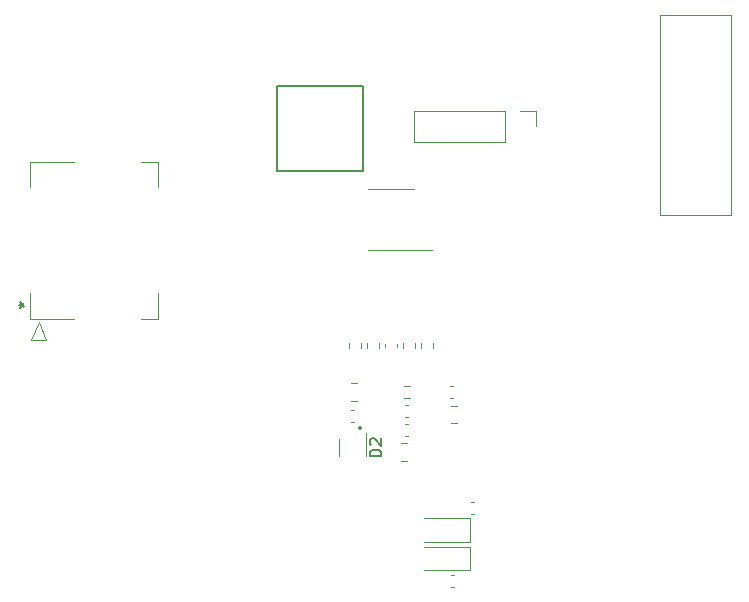
<source format=gto>
G04 #@! TF.GenerationSoftware,KiCad,Pcbnew,(6.0.0)*
G04 #@! TF.CreationDate,2022-04-07T21:59:22+08:00*
G04 #@! TF.ProjectId,SX7H02050048,53583748-3032-4303-9530-3034382e6b69,rev?*
G04 #@! TF.SameCoordinates,PX59a5380PY6d321a0*
G04 #@! TF.FileFunction,Legend,Top*
G04 #@! TF.FilePolarity,Positive*
%FSLAX46Y46*%
G04 Gerber Fmt 4.6, Leading zero omitted, Abs format (unit mm)*
G04 Created by KiCad (PCBNEW (6.0.0)) date 2022-04-07 21:59:22*
%MOMM*%
%LPD*%
G01*
G04 APERTURE LIST*
%ADD10C,0.150000*%
%ADD11C,0.120000*%
%ADD12C,0.200000*%
G04 APERTURE END LIST*
D10*
X22332000Y46047000D02*
X29571000Y46047000D01*
X29571000Y46047000D02*
X29571000Y38808000D01*
X29571000Y38808000D02*
X22332000Y38808000D01*
X22332000Y38808000D02*
X22332000Y46047000D01*
G04 #@! TO.C,J2*
X448380Y27505000D02*
X686476Y27505000D01*
X591238Y27266905D02*
X686476Y27505000D01*
X591238Y27743096D01*
X876952Y27362143D02*
X686476Y27505000D01*
X876952Y27647858D01*
G04 #@! TO.C,D2*
X31159780Y14690905D02*
X30159780Y14690905D01*
X30159780Y14929000D01*
X30207400Y15071858D01*
X30302638Y15167096D01*
X30397876Y15214715D01*
X30588352Y15262334D01*
X30731209Y15262334D01*
X30921685Y15214715D01*
X31016923Y15167096D01*
X31112161Y15071858D01*
X31159780Y14929000D01*
X31159780Y14690905D01*
X30255019Y15643286D02*
X30207400Y15690905D01*
X30159780Y15786143D01*
X30159780Y16024239D01*
X30207400Y16119477D01*
X30255019Y16167096D01*
X30350257Y16214715D01*
X30445495Y16214715D01*
X30588352Y16167096D01*
X31159780Y15595667D01*
X31159780Y16214715D01*
D11*
G04 #@! TO.C,C121*
X33426580Y16411760D02*
X33145420Y16411760D01*
X33426580Y17431760D02*
X33145420Y17431760D01*
G04 #@! TO.C,C118*
X36957420Y20610760D02*
X37238580Y20610760D01*
X36957420Y19590760D02*
X37238580Y19590760D01*
G04 #@! TO.C,U103*
X31984000Y32184000D02*
X35434000Y32184000D01*
X31984000Y37304000D02*
X30034000Y37304000D01*
X31984000Y37304000D02*
X33934000Y37304000D01*
X31984000Y32184000D02*
X30034000Y32184000D01*
G04 #@! TO.C,R110*
X29937500Y24313258D02*
X29937500Y23838742D01*
X30982500Y24313258D02*
X30982500Y23838742D01*
G04 #@! TO.C,C136*
X38701420Y9824600D02*
X38982580Y9824600D01*
X38701420Y10844600D02*
X38982580Y10844600D01*
G04 #@! TO.C,J101*
X33946000Y43948000D02*
X33946000Y41288000D01*
X44226000Y43948000D02*
X44226000Y42618000D01*
X41626000Y43948000D02*
X41626000Y41288000D01*
X42896000Y43948000D02*
X44226000Y43948000D01*
X41626000Y43948000D02*
X33946000Y43948000D01*
X41626000Y41288000D02*
X33946000Y41288000D01*
G04 #@! TO.C,C113*
X28541420Y17597000D02*
X28822580Y17597000D01*
X28541420Y18617000D02*
X28822580Y18617000D01*
G04 #@! TO.C,C119*
X33327252Y15794000D02*
X32804748Y15794000D01*
X33327252Y14324000D02*
X32804748Y14324000D01*
G04 #@! TO.C,R119*
X28413500Y24313258D02*
X28413500Y23838742D01*
X29458500Y24313258D02*
X29458500Y23838742D01*
G04 #@! TO.C,C122*
X32494000Y24216580D02*
X32494000Y23935420D01*
X31474000Y24216580D02*
X31474000Y23935420D01*
G04 #@! TO.C,D106*
X38679000Y5042000D02*
X38679000Y7042000D01*
X38679000Y7042000D02*
X34779000Y7042000D01*
X38679000Y5042000D02*
X34779000Y5042000D01*
G04 #@! TO.C,C135*
X37331580Y3627000D02*
X37050420Y3627000D01*
X37331580Y4647000D02*
X37050420Y4647000D01*
G04 #@! TO.C,J1*
X60750000Y52050000D02*
X60750000Y35150000D01*
X54750000Y52050000D02*
X54750000Y35150000D01*
X54750000Y52050000D02*
X60750000Y52050000D01*
X54750000Y35150000D02*
X60750000Y35150000D01*
G04 #@! TO.C,R116*
X32985500Y23838742D02*
X32985500Y24313258D01*
X34030500Y23838742D02*
X34030500Y24313258D01*
G04 #@! TO.C,D107*
X38679000Y7455000D02*
X34779000Y7455000D01*
X38679000Y7455000D02*
X38679000Y9455000D01*
X38679000Y9455000D02*
X34779000Y9455000D01*
G04 #@! TO.C,C116*
X28547748Y19404000D02*
X29070252Y19404000D01*
X28547748Y20874000D02*
X29070252Y20874000D01*
G04 #@! TO.C,L103*
X33557258Y19616500D02*
X33082742Y19616500D01*
X33557258Y20661500D02*
X33082742Y20661500D01*
G04 #@! TO.C,J2*
X1413001Y28513460D02*
X1413001Y26333513D01*
X12262999Y39633487D02*
X10783055Y39633487D01*
X2773001Y24555513D02*
X1503001Y24555513D01*
X12262999Y37453540D02*
X12262999Y39633487D01*
X10783055Y26333513D02*
X12262999Y26333513D01*
X1413001Y26333513D02*
X5092975Y26333513D01*
X1413001Y39633487D02*
X1413001Y37453540D01*
X2138001Y26079513D02*
X2773001Y24555513D01*
X1503001Y24555513D02*
X2138001Y26079513D01*
X12262999Y26333513D02*
X12262999Y28513460D01*
X5092975Y39633487D02*
X1413001Y39633487D01*
G04 #@! TO.C,D2*
X29867400Y14729000D02*
X29867400Y16629000D01*
X27547400Y16129000D02*
X27547400Y14729000D01*
D12*
X29492400Y17080000D02*
G75*
G03*
X29492400Y17080000I-150000J0D01*
G01*
D11*
G04 #@! TO.C,C117*
X37056748Y18969000D02*
X37579252Y18969000D01*
X37056748Y17499000D02*
X37579252Y17499000D01*
G04 #@! TO.C,R109*
X35554500Y23838742D02*
X35554500Y24313258D01*
X34509500Y23838742D02*
X34509500Y24313258D01*
G04 #@! TO.C,C120*
X33426580Y17978000D02*
X33145420Y17978000D01*
X33426580Y18998000D02*
X33145420Y18998000D01*
G04 #@! TD*
M02*

</source>
